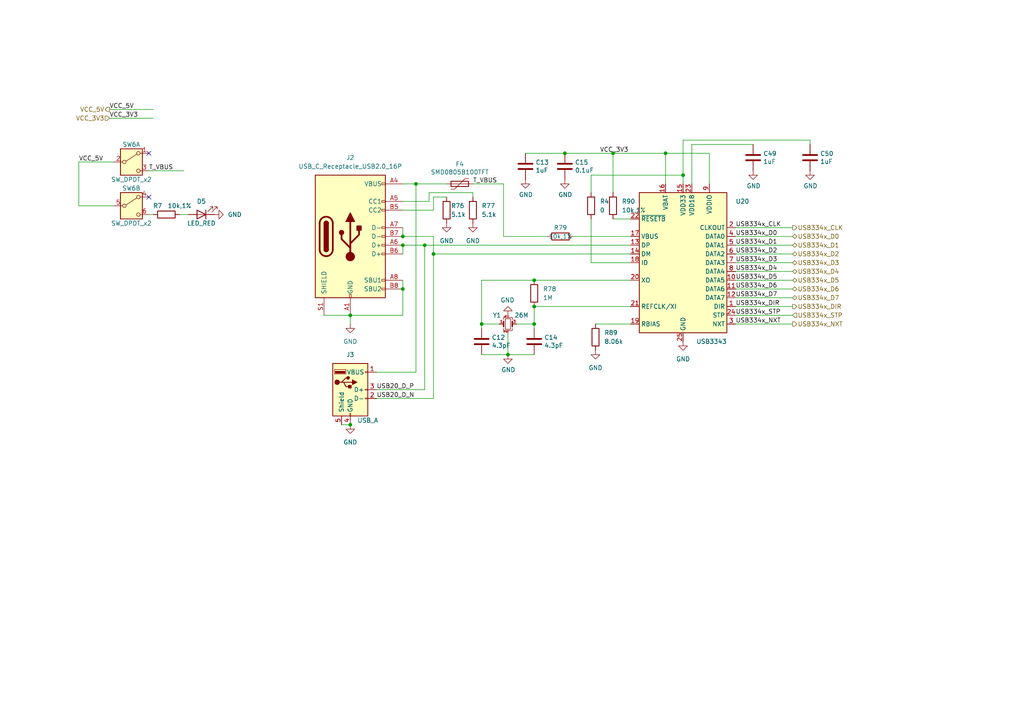
<source format=kicad_sch>
(kicad_sch (version 20250114) (generator "eeschema") (generator_version "9.0")
  (paper "A4")
  (lib_symbols
    (symbol "Connector:USB_A" (pin_names (offset 1.016))
      (property "Reference" "J" (at -5.08 11.43 0))
      (property "Value" "USB_A" (at -5.08 8.89 0))
      (symbol "USB_A_0_1"
        (rectangle (start -5.08 -7.62) (end 5.08 7.62) (stroke (width 0.254)) (fill (type background)))
        (circle (center -3.81 2.159) (radius 0.635) (stroke (width 0.254)) (fill (type outline)))
        (polyline (pts (xy -3.175 2.159) (xy -2.54 2.159) (xy -1.27 3.429) (xy -0.635 3.429)) (stroke (width 0.254)))
        (polyline (pts (xy -2.54 2.159) (xy -1.905 2.159) (xy -1.27 0.889) (xy 0 0.889)) (stroke (width 0.254)))
        (rectangle (start -1.524 4.826) (end -4.318 5.334) (fill (type outline)))
        (rectangle (start -1.27 4.572) (end -4.572 5.842))
        (circle (center -0.635 3.429) (radius 0.381) (stroke (width 0.254)) (fill (type outline)))
        (rectangle (start -0.127 -7.62) (end 0.127 -6.858))
        (rectangle (start 0.254 1.27) (end -0.508 0.508) (stroke (width 0.254)) (fill (type outline)))
        (polyline (pts (xy 0.635 2.794) (xy 0.635 1.524) (xy 1.905 2.159) (xy 0.635 2.794)) (stroke (width 0.254)) (fill (type outline)))
        (rectangle (start 5.08 4.953) (end 4.318 5.207))
        (rectangle (start 5.08 -0.127) (end 4.318 0.127))
        (rectangle (start 5.08 -2.667) (end 4.318 -2.413))
      )
      (symbol "USB_A_1_1"
        (polyline (pts (xy -1.905 2.159) (xy 0.635 2.159)) (stroke (width 0.254)))
        (pin passive line (at -2.54 -10.16 90) (length 2.54) (name "Shield") (number "5"))
        (pin power_in line (at 0 -10.16 90) (length 2.54) (name "GND") (number "4"))
        (pin power_in line (at 7.62 5.08 180) (length 2.54) (name "VBUS") (number "1"))
        (pin bidirectional line (at 7.62 0 180) (length 2.54) (name "D+") (number "3"))
        (pin bidirectional line (at 7.62 -2.54 180) (length 2.54) (name "D-") (number "2"))
      )
    )
    (symbol "Connector:USB_C_Receptacle_USB2.0_16P" (pin_names (offset 1.016))
      (property "Reference" "J" (at 0 22.225 0))
      (property "Value" "USB_C_Receptacle_USB2.0_16P" (at 0 19.685 0))
      (symbol "USB_C_Receptacle_USB2.0_16P_0_0"
        (rectangle (start -0.254 -17.78) (end 0.254 -16.764))
        (rectangle (start 10.16 15.494) (end 9.144 14.986))
        (rectangle (start 10.16 10.414) (end 9.144 9.906))
        (rectangle (start 10.16 7.874) (end 9.144 7.366))
        (rectangle (start 10.16 2.794) (end 9.144 2.286))
        (rectangle (start 10.16 0.254) (end 9.144 -0.254))
        (rectangle (start 10.16 -2.286) (end 9.144 -2.794))
        (rectangle (start 10.16 -4.826) (end 9.144 -5.334))
        (rectangle (start 10.16 -12.446) (end 9.144 -12.954))
        (rectangle (start 10.16 -14.986) (end 9.144 -15.494))
      )
      (symbol "USB_C_Receptacle_USB2.0_16P_0_1"
        (rectangle (start -10.16 17.78) (end 10.16 -17.78) (stroke (width 0.254)) (fill (type background)))
        (polyline (pts (xy -8.89 -3.81) (xy -8.89 3.81)) (stroke (width 0.508)))
        (rectangle (start -7.62 -3.81) (end -6.35 3.81) (stroke (width 0.254)) (fill (type outline)))
        (arc (start -7.62 3.81) (mid -6.985 4.4423) (end -6.35 3.81) (stroke (width 0.254)))
        (arc (start -7.62 3.81) (mid -6.985 4.4423) (end -6.35 3.81) (stroke (width 0.254)) (fill (type outline)))
        (arc (start -8.89 3.81) (mid -6.985 5.7067) (end -5.08 3.81) (stroke (width 0.508)))
        (arc (start -5.08 -3.81) (mid -6.985 -5.7067) (end -8.89 -3.81) (stroke (width 0.508)))
        (arc (start -6.35 -3.81) (mid -6.985 -4.4423) (end -7.62 -3.81) (stroke (width 0.254)))
        (arc (start -6.35 -3.81) (mid -6.985 -4.4423) (end -7.62 -3.81) (stroke (width 0.254)) (fill (type outline)))
        (polyline (pts (xy -5.08 3.81) (xy -5.08 -3.81)) (stroke (width 0.508)))
        (circle (center -2.54 1.143) (radius 0.635) (stroke (width 0.254)) (fill (type outline)))
        (polyline (pts (xy -1.27 4.318) (xy 0 6.858) (xy 1.27 4.318) (xy -1.27 4.318)) (stroke (width 0.254)) (fill (type outline)))
        (polyline (pts (xy 0 -2.032) (xy 2.54 0.508) (xy 2.54 1.778)) (stroke (width 0.508)))
        (polyline (pts (xy 0 -3.302) (xy -2.54 -0.762) (xy -2.54 0.508)) (stroke (width 0.508)))
        (polyline (pts (xy 0 -5.842) (xy 0 4.318)) (stroke (width 0.508)))
        (circle (center 0 -5.842) (radius 1.27) (fill (type outline)))
        (rectangle (start 1.905 1.778) (end 3.175 3.048) (stroke (width 0.254)) (fill (type outline)))
      )
      (symbol "USB_C_Receptacle_USB2.0_16P_1_1"
        (pin passive line (at -7.62 -22.86 90) (length 5.08) (name "SHIELD") (number "S1"))
        (pin passive line (at 0 -22.86 90) (length 5.08) (name "GND") (number "A1"))
        (pin passive line (at 0 -22.86 90) (length 5.08) (hide yes) (name "GND") (number "A12"))
        (pin passive line (at 0 -22.86 90) (length 5.08) (hide yes) (name "GND") (number "B1"))
        (pin passive line (at 0 -22.86 90) (length 5.08) (hide yes) (name "GND") (number "B12"))
        (pin passive line (at 15.24 15.24 180) (length 5.08) (name "VBUS") (number "A4"))
        (pin passive line (at 15.24 15.24 180) (length 5.08) (hide yes) (name "VBUS") (number "A9"))
        (pin passive line (at 15.24 15.24 180) (length 5.08) (hide yes) (name "VBUS") (number "B4"))
        (pin passive line (at 15.24 15.24 180) (length 5.08) (hide yes) (name "VBUS") (number "B9"))
        (pin bidirectional line (at 15.24 10.16 180) (length 5.08) (name "CC1") (number "A5"))
        (pin bidirectional line (at 15.24 7.62 180) (length 5.08) (name "CC2") (number "B5"))
        (pin bidirectional line (at 15.24 2.54 180) (length 5.08) (name "D-") (number "A7"))
        (pin bidirectional line (at 15.24 0 180) (length 5.08) (name "D-") (number "B7"))
        (pin bidirectional line (at 15.24 -2.54 180) (length 5.08) (name "D+") (number "A6"))
        (pin bidirectional line (at 15.24 -5.08 180) (length 5.08) (name "D+") (number "B6"))
        (pin bidirectional line (at 15.24 -12.7 180) (length 5.08) (name "SBU1") (number "A8"))
        (pin bidirectional line (at 15.24 -15.24 180) (length 5.08) (name "SBU2") (number "B8"))
      )
    )
    (symbol "Device:C" (pin_numbers (hide yes)) (pin_names (offset 0.254))
      (property "Reference" "C" (at 0.635 2.54 0))
      (property "Value" "C" (at 0.635 -2.54 0))
      (symbol "C_0_1"
        (polyline (pts (xy -2.032 0.762) (xy 2.032 0.762)) (stroke (width 0.508)))
        (polyline (pts (xy -2.032 -0.762) (xy 2.032 -0.762)) (stroke (width 0.508)))
      )
      (symbol "C_1_1"
        (pin passive line (at 0 3.81 270) (length 2.794) (name "~") (number "1"))
        (pin passive line (at 0 -3.81 90) (length 2.794) (name "~") (number "2"))
      )
    )
    (symbol "Device:Crystal_GND24_Small" (pin_names (offset 1.016) (hide yes))
      (property "Reference" "Y" (at 1.27 4.445 0))
      (property "Value" "Crystal_GND24_Small" (at 1.27 2.54 0))
      (symbol "Crystal_GND24_Small_0_1"
        (polyline (pts (xy -1.27 1.27) (xy -1.27 1.905) (xy 1.27 1.905) (xy 1.27 1.27)))
        (polyline (pts (xy -1.27 -0.762) (xy -1.27 0.762)) (stroke (width 0.381)))
        (polyline (pts (xy -1.27 -1.27) (xy -1.27 -1.905) (xy 1.27 -1.905) (xy 1.27 -1.27)))
        (rectangle (start -0.762 -1.524) (end 0.762 1.524))
        (polyline (pts (xy 1.27 -0.762) (xy 1.27 0.762)) (stroke (width 0.381)))
      )
      (symbol "Crystal_GND24_Small_1_1"
        (pin passive line (at -2.54 0 0) (length 1.27) (name "1") (number "1"))
        (pin passive line (at 0 2.54 270) (length 0.635) (name "4") (number "4"))
        (pin passive line (at 0 -2.54 90) (length 0.635) (name "2") (number "2"))
        (pin passive line (at 2.54 0 180) (length 1.27) (name "3") (number "3"))
      )
    )
    (symbol "Device:LED" (pin_numbers (hide yes)) (pin_names (offset 1.016) (hide yes))
      (property "Reference" "D" (at 0 2.54 0))
      (property "Value" "LED" (at 0 -2.54 0))
      (symbol "LED_0_1"
        (polyline (pts (xy -3.048 -0.762) (xy -4.572 -2.286) (xy -3.81 -2.286) (xy -4.572 -2.286) (xy -4.572 -1.524)))
        (polyline (pts (xy -1.778 -0.762) (xy -3.302 -2.286) (xy -2.54 -2.286) (xy -3.302 -2.286) (xy -3.302 -1.524)))
        (polyline (pts (xy -1.27 0) (xy 1.27 0)))
        (polyline (pts (xy -1.27 -1.27) (xy -1.27 1.27)) (stroke (width 0.254)))
        (polyline (pts (xy 1.27 -1.27) (xy 1.27 1.27) (xy -1.27 0) (xy 1.27 -1.27)) (stroke (width 0.254)))
      )
      (symbol "LED_1_1"
        (pin passive line (at -3.81 0 0) (length 2.54) (name "K") (number "1"))
        (pin passive line (at 3.81 0 180) (length 2.54) (name "A") (number "2"))
      )
    )
    (symbol "Device:Polyfuse" (pin_numbers (hide yes)) (pin_names (offset 0))
      (property "Reference" "F" (at -2.54 0 90))
      (property "Value" "Polyfuse" (at 2.54 0 90))
      (symbol "Polyfuse_0_1"
        (polyline (pts (xy -1.524 2.54) (xy -1.524 1.524) (xy 1.524 -1.524) (xy 1.524 -2.54)))
        (rectangle (start -0.762 2.54) (end 0.762 -2.54) (stroke (width 0.254)))
        (polyline (pts (xy 0 2.54) (xy 0 -2.54)))
      )
      (symbol "Polyfuse_1_1"
        (pin passive line (at 0 3.81 270) (length 1.27) (name "~") (number "1"))
        (pin passive line (at 0 -3.81 90) (length 1.27) (name "~") (number "2"))
      )
    )
    (symbol "Device:R" (pin_numbers (hide yes)) (pin_names (offset 0))
      (property "Reference" "R" (at 2.032 0 90))
      (property "Value" "R" (at 0 0 90))
      (symbol "R_0_1"
        (rectangle (start -1.016 -2.54) (end 1.016 2.54) (stroke (width 0.254)))
      )
      (symbol "R_1_1"
        (pin passive line (at 0 3.81 270) (length 1.27) (name "~") (number "1"))
        (pin passive line (at 0 -3.81 90) (length 1.27) (name "~") (number "2"))
      )
    )
    (symbol "Interface_USB:USB3343"
      (property "Reference" "U" (at 0 2.54 0))
      (property "Value" "USB3343" (at 0 0 0))
      (symbol "USB3343_0_1"
        (rectangle (start -12.7 20.32) (end 12.7 -20.32) (stroke (width 0.254)) (fill (type background)))
      )
      (symbol "USB3343_1_1"
        (pin input line (at -15.24 12.7 0) (length 2.54) (name "~{RESETB}") (number "22"))
        (pin input line (at -15.24 7.62 0) (length 2.54) (name "VBUS") (number "17"))
        (pin bidirectional line (at -15.24 5.08 0) (length 2.54) (name "DP") (number "13"))
        (pin bidirectional line (at -15.24 2.54 0) (length 2.54) (name "DM") (number "14"))
        (pin input line (at -15.24 0 0) (length 2.54) (name "ID") (number "18"))
        (pin output line (at -15.24 -5.08 0) (length 2.54) (name "XO") (number "20"))
        (pin input line (at -15.24 -12.7 0) (length 2.54) (name "REFCLK/XI") (number "21"))
        (pin passive line (at -15.24 -17.78 0) (length 2.54) (name "RBIAS") (number "19"))
        (pin power_in line (at -5.08 22.86 270) (length 2.54) (name "VBAT") (number "16"))
        (pin power_out line (at 0 22.86 270) (length 2.54) (name "VDD33") (number "15"))
        (pin power_in line (at 0 -22.86 90) (length 2.54) (name "GND") (number "25"))
        (pin power_out line (at 2.54 22.86 270) (length 2.54) (name "VDD18") (number "23"))
        (pin power_in line (at 7.62 22.86 270) (length 2.54) (name "VDDIO") (number "9"))
        (pin output line (at 15.24 10.16 180) (length 2.54) (name "CLKOUT") (number "2"))
        (pin bidirectional line (at 15.24 7.62 180) (length 2.54) (name "DATA0") (number "4"))
        (pin bidirectional line (at 15.24 5.08 180) (length 2.54) (name "DATA1") (number "5"))
        (pin bidirectional line (at 15.24 2.54 180) (length 2.54) (name "DATA2") (number "6"))
        (pin bidirectional line (at 15.24 0 180) (length 2.54) (name "DATA3") (number "7"))
        (pin bidirectional line (at 15.24 -2.54 180) (length 2.54) (name "DATA4") (number "8"))
        (pin bidirectional line (at 15.24 -5.08 180) (length 2.54) (name "DATA5") (number "10"))
        (pin bidirectional line (at 15.24 -7.62 180) (length 2.54) (name "DATA6") (number "11"))
        (pin bidirectional line (at 15.24 -10.16 180) (length 2.54) (name "DATA7") (number "12"))
        (pin output line (at 15.24 -12.7 180) (length 2.54) (name "DIR") (number "1"))
        (pin input line (at 15.24 -15.24 180) (length 2.54) (name "STP") (number "24"))
        (pin output line (at 15.24 -17.78 180) (length 2.54) (name "NXT") (number "3"))
      )
    )
    (symbol "Switch:SW_DPDT_x2" (pin_names (offset 0) (hide yes))
      (property "Reference" "SW" (at 0 5.08 0))
      (property "Value" "SW_DPDT_x2" (at 0 -5.08 0))
      (symbol "SW_DPDT_x2_0_0"
        (circle (center -2.032 0) (radius 0.508))
        (circle (center 2.032 -2.54) (radius 0.508))
      )
      (symbol "SW_DPDT_x2_0_1"
        (rectangle (start -3.175 3.81) (end 3.175 -3.81) (stroke (width 0.254)) (fill (type background)))
        (polyline (pts (xy -1.524 0.254) (xy 1.5748 2.286)))
        (circle (center 2.032 2.54) (radius 0.508))
      )
      (symbol "SW_DPDT_x2_1_1"
        (pin passive line (at -5.08 0 0) (length 2.54) (name "B") (number "2"))
        (pin passive line (at 5.08 2.54 180) (length 2.54) (name "A") (number "1"))
        (pin passive line (at 5.08 -2.54 180) (length 2.54) (name "C") (number "3"))
      )
      (symbol "SW_DPDT_x2_2_1"
        (pin passive line (at -5.08 0 0) (length 2.54) (name "B") (number "5"))
        (pin passive line (at 5.08 2.54 180) (length 2.54) (name "A") (number "4"))
        (pin passive line (at 5.08 -2.54 180) (length 2.54) (name "C") (number "6"))
      )
    )
    (symbol "power:GND" (power) (pin_names (offset 0))
      (property "Value" "GND" (at 0 -3.81 0))
      (symbol "GND_0_1"
        (polyline (pts (xy 0 0) (xy 0 -1.27) (xy 1.27 -1.27) (xy 0 -2.54) (xy -1.27 -1.27) (xy 0 -1.27)))
      )
      (symbol "GND_1_1"
        (pin power_in line (at 0 0 270) (length 0) (hide yes) (name "GND") (number "1"))
      )
    )
  )
  (junction (at 101.6 123.19))
  (junction (at 177.8 44.45))
  (junction (at 163.83 44.45))
  (junction (at 154.94 81.28))
  (junction (at 198.12 50.8))
  (junction (at 139.7 93.98))
  (junction (at 125.73 73.66))
  (junction (at 123.19 71.12))
  (junction (at 154.94 93.98))
  (junction (at 120.65 53.34))
  (junction (at 193.04 44.45))
  (junction (at 101.6 91.44))
  (junction (at 116.84 68.58))
  (junction (at 116.84 83.82))
  (junction (at 154.94 88.9))
  (junction (at 116.84 71.12))
  (junction (at 147.32 102.87))
  (no_connect (at 43.18 57.15))
  (no_connect (at 43.18 44.45))
  (wire (pts (xy 137.16 55.88) (xy 137.16 57.15)))
  (wire (pts (xy 158.75 68.58) (xy 146.05 68.58)))
  (wire (pts (xy 116.84 71.12) (xy 116.84 73.66)))
  (wire (pts (xy 139.7 93.98) (xy 139.7 81.28)))
  (wire (pts (xy 139.7 95.25) (xy 139.7 93.98)))
  (wire (pts (xy 200.66 41.91) (xy 218.44 41.91)))
  (wire (pts (xy 124.46 58.42) (xy 124.46 55.88)))
  (wire (pts (xy 198.12 40.64) (xy 234.95 40.64)))
  (wire (pts (xy 154.94 81.28) (xy 182.88 81.28)))
  (wire (pts (xy 177.8 44.45) (xy 193.04 44.45)))
  (wire (pts (xy 152.4 44.45) (xy 163.83 44.45)))
  (wire (pts (xy 213.36 83.82) (xy 229.87 83.82)))
  (wire (pts (xy 116.84 91.44) (xy 116.84 83.82)))
  (wire (pts (xy 213.36 76.2) (xy 229.87 76.2)))
  (wire (pts (xy 123.19 113.03) (xy 123.19 71.12)))
  (wire (pts (xy 43.18 49.53) (xy 53.34 49.53)))
  (wire (pts (xy 125.73 73.66) (xy 125.73 115.57)))
  (wire (pts (xy 125.73 73.66) (xy 182.88 73.66)))
  (wire (pts (xy 22.86 59.69) (xy 33.02 59.69)))
  (wire (pts (xy 125.73 57.15) (xy 125.73 60.96)))
  (wire (pts (xy 123.19 71.12) (xy 182.88 71.12)))
  (wire (pts (xy 193.04 44.45) (xy 205.74 44.45)))
  (wire (pts (xy 171.45 63.5) (xy 171.45 76.2)))
  (wire (pts (xy 213.36 86.36) (xy 229.87 86.36)))
  (wire (pts (xy 198.12 50.8) (xy 198.12 40.64)))
  (wire (pts (xy 22.86 46.99) (xy 22.86 59.69)))
  (wire (pts (xy 139.7 93.98) (xy 144.78 93.98)))
  (wire (pts (xy 146.05 53.34) (xy 137.16 53.34)))
  (wire (pts (xy 213.36 66.04) (xy 229.87 66.04)))
  (wire (pts (xy 116.84 60.96) (xy 125.73 60.96)))
  (wire (pts (xy 93.98 91.44) (xy 101.6 91.44)))
  (wire (pts (xy 154.94 88.9) (xy 182.88 88.9)))
  (wire (pts (xy 123.19 71.12) (xy 116.84 71.12)))
  (wire (pts (xy 172.72 93.98) (xy 182.88 93.98)))
  (wire (pts (xy 200.66 53.34) (xy 200.66 41.91)))
  (wire (pts (xy 31.75 34.29) (xy 44.45 34.29)))
  (wire (pts (xy 109.22 113.03) (xy 123.19 113.03)))
  (wire (pts (xy 139.7 81.28) (xy 154.94 81.28)))
  (wire (pts (xy 116.84 66.04) (xy 116.84 68.58)))
  (wire (pts (xy 234.95 40.64) (xy 234.95 41.91)))
  (wire (pts (xy 129.54 53.34) (xy 120.65 53.34)))
  (wire (pts (xy 154.94 93.98) (xy 154.94 95.25)))
  (wire (pts (xy 101.6 91.44) (xy 101.6 93.98)))
  (wire (pts (xy 177.8 63.5) (xy 182.88 63.5)))
  (wire (pts (xy 205.74 44.45) (xy 205.74 53.34)))
  (wire (pts (xy 44.45 62.23) (xy 43.18 62.23)))
  (wire (pts (xy 109.22 107.95) (xy 120.65 107.95)))
  (wire (pts (xy 213.36 91.44) (xy 229.87 91.44)))
  (wire (pts (xy 147.32 96.52) (xy 147.32 102.87)))
  (wire (pts (xy 213.36 71.12) (xy 229.87 71.12)))
  (wire (pts (xy 125.73 68.58) (xy 125.73 73.66)))
  (wire (pts (xy 171.45 76.2) (xy 182.88 76.2)))
  (wire (pts (xy 193.04 44.45) (xy 193.04 53.34)))
  (wire (pts (xy 213.36 88.9) (xy 229.87 88.9)))
  (wire (pts (xy 213.36 68.58) (xy 229.87 68.58)))
  (wire (pts (xy 116.84 58.42) (xy 124.46 58.42)))
  (wire (pts (xy 120.65 53.34) (xy 116.84 53.34)))
  (wire (pts (xy 171.45 50.8) (xy 171.45 55.88)))
  (wire (pts (xy 213.36 81.28) (xy 229.87 81.28)))
  (wire (pts (xy 146.05 68.58) (xy 146.05 53.34)))
  (wire (pts (xy 99.06 123.19) (xy 101.6 123.19)))
  (wire (pts (xy 31.75 31.75) (xy 44.45 31.75)))
  (wire (pts (xy 149.86 93.98) (xy 154.94 93.98)))
  (wire (pts (xy 52.07 62.23) (xy 54.61 62.23)))
  (wire (pts (xy 213.36 93.98) (xy 229.87 93.98)))
  (wire (pts (xy 213.36 78.74) (xy 229.87 78.74)))
  (wire (pts (xy 116.84 83.82) (xy 116.84 81.28)))
  (wire (pts (xy 154.94 88.9) (xy 154.94 93.98)))
  (wire (pts (xy 171.45 50.8) (xy 198.12 50.8)))
  (wire (pts (xy 166.37 68.58) (xy 182.88 68.58)))
  (wire (pts (xy 124.46 55.88) (xy 137.16 55.88)))
  (wire (pts (xy 147.32 102.87) (xy 154.94 102.87)))
  (wire (pts (xy 163.83 44.45) (xy 177.8 44.45)))
  (wire (pts (xy 125.73 115.57) (xy 109.22 115.57)))
  (wire (pts (xy 101.6 91.44) (xy 116.84 91.44)))
  (wire (pts (xy 177.8 44.45) (xy 177.8 55.88)))
  (wire (pts (xy 198.12 50.8) (xy 198.12 53.34)))
  (wire (pts (xy 116.84 68.58) (xy 125.73 68.58)))
  (wire (pts (xy 22.86 46.99) (xy 33.02 46.99)))
  (wire (pts (xy 213.36 73.66) (xy 229.87 73.66)))
  (wire (pts (xy 139.7 102.87) (xy 147.32 102.87)))
  (wire (pts (xy 129.54 57.15) (xy 125.73 57.15)))
  (wire (pts (xy 120.65 107.95) (xy 120.65 53.34)))
  (label "USB334x_D0" (at 213.36 68.58 0))
  (label "VCC_5V" (at 31.75 31.75 0))
  (label "USB334x_D3" (at 213.36 76.2 0))
  (label "VCC_3V3" (at 31.75 34.29 0))
  (label "USB334x_DIR" (at 213.36 88.9 0))
  (label "USB334x_D2" (at 213.36 73.66 0))
  (label "USB334x_D4" (at 213.36 78.74 0))
  (label "USB334x_D5" (at 213.36 81.28 0))
  (label "USB334x_NXT" (at 213.36 93.98 0))
  (label "T_VBUS" (at 137.16 53.34 0))
  (label "USB334x_D1" (at 213.36 71.12 0))
  (label "USB334x_D6" (at 213.36 83.82 0))
  (label "USB334x_D7" (at 213.36 86.36 0))
  (label "USB20_D_N" (at 109.22 115.57 0))
  (label "USB334x_STP" (at 213.36 91.44 0))
  (label "USB334x_CLK" (at 213.36 66.04 0))
  (label "VCC_3V3" (at 173.99 44.45 0))
  (label "VCC_5V" (at 22.86 46.99 0))
  (label "T_VBUS" (at 43.18 49.53 0))
  (label "USB20_D_P" (at 109.22 113.03 0))
  (hierarchical_label "USB334x_NXT" (shape output) (at 229.87 93.98 0))
  (hierarchical_label "USB334x_STP" (shape input) (at 229.87 91.44 0))
  (hierarchical_label "USB334x_D5" (shape bidirectional) (at 229.87 81.28 0))
  (hierarchical_label "USB334x_D6" (shape bidirectional) (at 229.87 83.82 0))
  (hierarchical_label "USB334x_D4" (shape bidirectional) (at 229.87 78.74 0))
  (hierarchical_label "USB334x_D0" (shape bidirectional) (at 229.87 68.58 0))
  (hierarchical_label "USB334x_CLK" (shape output) (at 229.87 66.04 0))
  (hierarchical_label "USB334x_D7" (shape bidirectional) (at 229.87 86.36 0))
  (hierarchical_label "VCC_5V" (shape output) (at 31.75 31.75 180))
  (hierarchical_label "USB334x_D3" (shape bidirectional) (at 229.87 76.2 0))
  (hierarchical_label "USB334x_D1" (shape bidirectional) (at 229.87 71.12 0))
  (hierarchical_label "USB334x_DIR" (shape output) (at 229.87 88.9 0))
  (hierarchical_label "USB334x_D2" (shape bidirectional) (at 229.87 73.66 0))
  (hierarchical_label "VCC_3V3" (shape input) (at 31.75 34.29 180))
  (symbol (lib_id "Device:Polyfuse") (at 133.35 53.34 270) (unit 1)
    (property "Reference" "F4" (at 133.35 47.625 90))
    (property "Value" "SMD0805B100TFT" (at 133.35 49.9364 90))
    (property "Footprint" "Fuse:Fuse_0805_2012Metric" (effects (hide yes)))
  )
  (symbol (lib_id "Device:R") (at 48.26 62.23 270) (unit 1)
    (property "Reference" "R7" (at 45.72 59.69 90))
    (property "Value" "10k,1%" (at 52.07 59.69 90))
    (property "Footprint" "Resistor_SMD:R_0402_1005Metric" (effects (hide yes)))
  )
  (symbol (lib_id "power:GND") (at 198.12 99.06 0) (unit 1)
    (property "Reference" "#PWR032" (effects (hide yes)))
    (property "Value" "GND" (at 198.12 104.14 0))
  )
  (symbol (lib_id "power:GND") (at 234.95 49.53 0) (unit 1)
    (property "Reference" "#PWR034" (effects (hide yes)))
    (property "Value" "GND" (at 235.077 53.9242 0))
  )
  (symbol (lib_id "Device:C") (at 218.44 45.72 180) (unit 1)
    (property "Reference" "C49" (at 221.361 44.5516 0) (effects (justify right)))
    (property "Value" "1uF" (at 221.361 46.863 0) (effects (justify right)))
    (property "Footprint" "Capacitor_SMD:C_0402_1005Metric" (effects (hide yes)))
  )
  (symbol (lib_id "Switch:SW_DPDT_x2") (at 38.1 59.69 0) (unit 2)
    (property "Reference" "SW6" (at 38.1 54.61 0))
    (property "Value" "SW_DPDT_x2" (at 38.1 64.77 0))
    (property "Footprint" "Button_Switch_SMD:SW_DIP_SPSTx03_Slide_KingTek_DSHP03TJ_W5.25mm_P1.27mm_JPin" (effects (hide yes)))
    (property "Description" "Switch, dual pole double throw, separate symbols" (effects (hide yes)))
  )
  (symbol (lib_id "power:GND") (at 218.44 49.53 0) (unit 1)
    (property "Reference" "#PWR033" (effects (hide yes)))
    (property "Value" "GND" (at 218.567 53.9242 0))
  )
  (symbol (lib_id "Interface_USB:USB3343") (at 198.12 76.2 0) (unit 1)
    (property "Reference" "U20" (at 213.36 58.42 0) (effects (justify left)))
    (property "Value" "USB3343" (at 201.93 99.06 0) (effects (justify left)))
    (property "Footprint" "Package_DFN_QFN:QFN-24-1EP_4x4mm_P0.5mm_EP2.6x2.6mm" (effects (hide yes)))
    (property "Datasheet" "http://ww1.microchip.com/downloads/en/DeviceDoc/334x.pdf" (effects (hide yes)))
  )
  (symbol (lib_id "Device:Crystal_GND24_Small") (at 147.32 93.98 0) (unit 1)
    (property "Reference" "Y1" (at 142.875 91.44 0) (effects (justify left)))
    (property "Value" "26M" (at 149.225 91.44 0) (effects (justify left)))
    (property "Footprint" "vllogic:OSC_2016" (effects (hide yes)))
  )
  (symbol (lib_id "Connector:USB_C_Receptacle_USB2.0_16P") (at 101.6 68.58 0) (unit 1)
    (property "Reference" "J2" (at 101.6 45.72 0))
    (property "Value" "USB_C_Receptacle_USB2.0_16P" (at 101.6 48.26 0))
    (property "Footprint" "vllogic:USB_C_Receptacle_16P" (effects (hide yes)))
    (property "Datasheet" "https://www.usb.org/sites/default/files/documents/usb_type-c.zip" (effects (hide yes)))
  )
  (symbol (lib_id "Device:R") (at 129.54 60.96 0) (unit 1)
    (property "Reference" "R76" (at 130.81 59.69 0) (effects (justify left)))
    (property "Value" "5.1k" (at 130.81 62.23 0) (effects (justify left)))
    (property "Footprint" "Resistor_SMD:R_0402_1005Metric" (effects (hide yes)))
  )
  (symbol (lib_id "power:GND") (at 152.4 52.07 0) (unit 1)
    (property "Reference" "#PWR029" (effects (hide yes)))
    (property "Value" "GND" (at 152.527 56.4642 0))
  )
  (symbol (lib_id "Device:C") (at 163.83 48.26 180) (unit 1)
    (property "Reference" "C15" (at 166.751 47.0916 0) (effects (justify right)))
    (property "Value" "0.1uF" (at 166.751 49.403 0) (effects (justify right)))
    (property "Footprint" "Capacitor_SMD:C_0402_1005Metric" (effects (hide yes)))
  )
  (symbol (lib_id "power:GND") (at 101.6 123.19 0) (unit 1)
    (property "Reference" "#PWR024" (effects (hide yes)))
    (property "Value" "GND" (at 101.6 128.27 0))
  )
  (symbol (lib_id "Device:R") (at 171.45 59.69 0) (unit 1)
    (property "Reference" "R4" (at 173.99 58.42 0) (effects (justify left)))
    (property "Value" "0" (at 173.99 60.96 0) (effects (justify left)))
    (property "Footprint" "Resistor_SMD:R_0402_1005Metric" (effects (hide yes)))
  )
  (symbol (lib_id "power:GND") (at 137.16 64.77 0) (unit 1)
    (property "Reference" "#PWR026" (effects (hide yes)))
    (property "Value" "GND" (at 137.16 69.85 0))
  )
  (symbol (lib_id "power:GND") (at 129.54 64.77 0) (unit 1)
    (property "Reference" "#PWR025" (effects (hide yes)))
    (property "Value" "GND" (at 129.54 69.85 0))
  )
  (symbol (lib_id "power:GND") (at 101.6 93.98 0) (unit 1)
    (property "Reference" "#PWR023" (effects (hide yes)))
    (property "Value" "GND" (at 101.6 99.06 0))
  )
  (symbol (lib_id "Connector:USB_A") (at 101.6 113.03 0) (unit 1)
    (property "Reference" "J3" (at 101.6 102.87 0))
    (property "Value" "USB_A" (at 106.68 121.92 0))
    (property "Footprint" "vllogic:USB_AF_SMT" (effects (hide yes)))
  )
  (symbol (lib_id "Device:R") (at 137.16 60.96 0) (unit 1)
    (property "Reference" "R77" (at 139.7 59.69 0) (effects (justify left)))
    (property "Value" "5.1k" (at 139.7 62.23 0) (effects (justify left)))
    (property "Footprint" "Resistor_SMD:R_0402_1005Metric" (effects (hide yes)))
  )
  (symbol (lib_id "Device:C") (at 234.95 45.72 180) (unit 1)
    (property "Reference" "C50" (at 237.871 44.5516 0) (effects (justify right)))
    (property "Value" "1uF" (at 237.871 46.863 0) (effects (justify right)))
    (property "Footprint" "Capacitor_SMD:C_0402_1005Metric" (effects (hide yes)))
  )
  (symbol (lib_id "Device:R") (at 162.56 68.58 90) (unit 1)
    (property "Reference" "R79" (at 162.56 66.04 90))
    (property "Value" "10k,1%" (at 162.56 68.58 90))
    (property "Footprint" "Resistor_SMD:R_0402_1005Metric" (effects (hide yes)))
  )
  (symbol (lib_id "power:GND") (at 163.83 52.07 0) (unit 1)
    (property "Reference" "#PWR030" (effects (hide yes)))
    (property "Value" "GND" (at 163.957 56.4642 0))
  )
  (symbol (lib_id "Device:R") (at 177.8 59.69 0) (unit 1)
    (property "Reference" "R90" (at 180.34 58.42 0) (effects (justify left)))
    (property "Value" "10k,1%" (at 180.34 60.96 0) (effects (justify left)))
    (property "Footprint" "Resistor_SMD:R_0402_1005Metric" (effects (hide yes)))
  )
  (symbol (lib_id "Device:R") (at 154.94 85.09 0) (unit 1)
    (property "Reference" "R78" (at 157.48 83.82 0) (effects (justify left)))
    (property "Value" "1M" (at 157.48 86.36 0) (effects (justify left)))
    (property "Footprint" "Resistor_SMD:R_0402_1005Metric" (effects (hide yes)))
  )
  (symbol (lib_id "Device:C") (at 139.7 99.06 180) (unit 1)
    (property "Reference" "C12" (at 142.621 97.8916 0) (effects (justify right)))
    (property "Value" "4.3pF" (at 142.621 100.203 0) (effects (justify right)))
    (property "Footprint" "vllogic:C_0402_6mil" (effects (hide yes)))
  )
  (symbol (lib_id "Device:C") (at 152.4 48.26 180) (unit 1)
    (property "Reference" "C13" (at 155.321 47.0916 0) (effects (justify right)))
    (property "Value" "1uF" (at 155.321 49.403 0) (effects (justify right)))
    (property "Footprint" "Capacitor_SMD:C_0402_1005Metric" (effects (hide yes)))
  )
  (symbol (lib_id "Device:LED") (at 58.42 62.23 180) (unit 1)
    (property "Reference" "D5" (at 58.42 58.42 0))
    (property "Value" "LED_RED" (at 58.42 64.77 0))
    (property "Footprint" "LED_SMD:LED_0603_1608Metric" (effects (hide yes)))
  )
  (symbol (lib_id "power:GND") (at 147.32 102.87 0) (unit 1)
    (property "Reference" "#PWR028" (effects (hide yes)))
    (property "Value" "GND" (at 147.447 107.2642 0))
  )
  (symbol (lib_id "Device:R") (at 172.72 97.79 0) (unit 1)
    (property "Reference" "R89" (at 175.26 96.52 0) (effects (justify left)))
    (property "Value" "8.06k" (at 175.26 99.06 0) (effects (justify left)))
    (property "Footprint" "Resistor_SMD:R_0402_1005Metric" (effects (hide yes)))
  )
  (symbol (lib_id "power:GND") (at 147.32 91.44 180) (unit 1)
    (property "Reference" "#PWR027" (effects (hide yes)))
    (property "Value" "GND" (at 147.193 87.0458 0))
  )
  (symbol (lib_id "power:GND") (at 172.72 101.6 0) (unit 1)
    (property "Reference" "#PWR031" (effects (hide yes)))
    (property "Value" "GND" (at 172.72 106.68 0))
  )
  (symbol (lib_id "Device:C") (at 154.94 99.06 180) (unit 1)
    (property "Reference" "C14" (at 157.861 97.8916 0) (effects (justify right)))
    (property "Value" "4.3pF" (at 157.861 100.203 0) (effects (justify right)))
    (property "Footprint" "vllogic:C_0402_6mil" (effects (hide yes)))
  )
  (symbol (lib_id "power:GND") (at 62.23 62.23 90) (unit 1)
    (property "Reference" "#PWR03" (effects (hide yes)))
    (property "Value" "GND" (at 66.04 62.2299 90) (effects (justify right)))
  )
  (symbol (lib_id "Switch:SW_DPDT_x2") (at 38.1 46.99 0) (unit 1)
    (property "Reference" "SW6" (at 38.1 41.91 0))
    (property "Value" "SW_DPDT_x2" (at 38.1 52.07 0))
    (property "Footprint" "Button_Switch_SMD:SW_DIP_SPSTx03_Slide_KingTek_DSHP03TJ_W5.25mm_P1.27mm_JPin" (effects (hide yes)))
    (property "Description" "Switch, dual pole double throw, separate symbols" (effects (hide yes)))
  )
)
</source>
